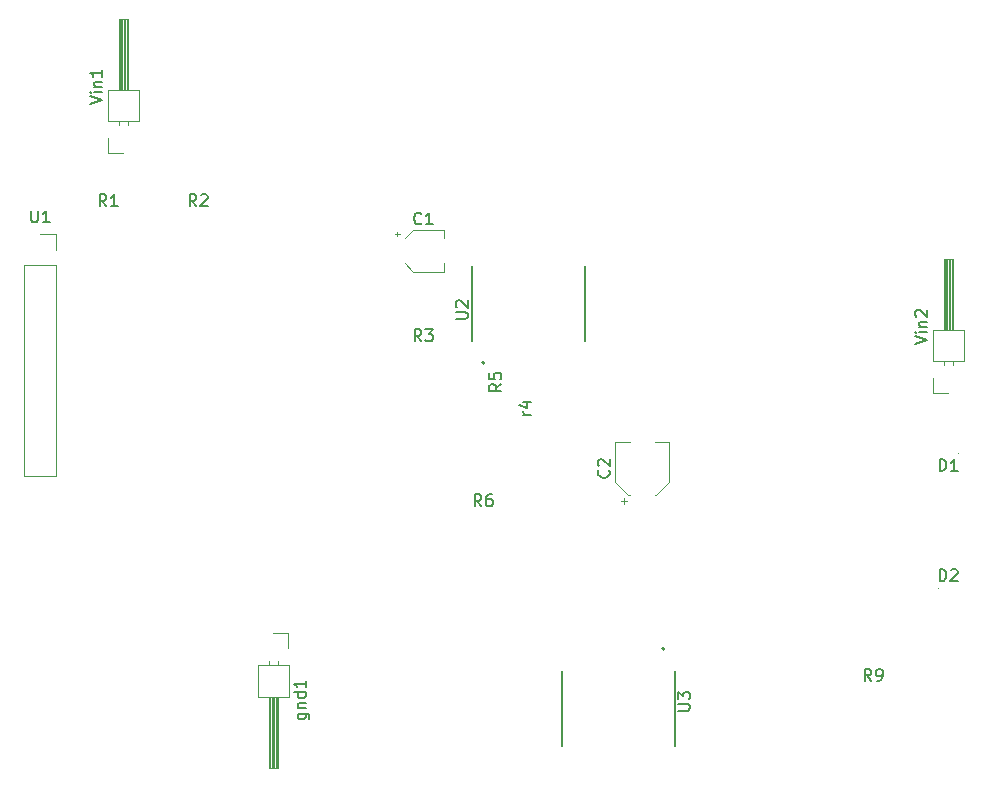
<source format=gbr>
%TF.GenerationSoftware,KiCad,Pcbnew,(5.1.10)-1*%
%TF.CreationDate,2021-11-07T17:04:32-05:00*%
%TF.ProjectId,kicad,6b696361-642e-46b6-9963-61645f706362,rev?*%
%TF.SameCoordinates,Original*%
%TF.FileFunction,Legend,Top*%
%TF.FilePolarity,Positive*%
%FSLAX46Y46*%
G04 Gerber Fmt 4.6, Leading zero omitted, Abs format (unit mm)*
G04 Created by KiCad (PCBNEW (5.1.10)-1) date 2021-11-07 17:04:32*
%MOMM*%
%LPD*%
G01*
G04 APERTURE LIST*
%ADD10C,0.127000*%
%ADD11C,0.200000*%
%ADD12C,0.120000*%
%ADD13C,0.100000*%
%ADD14C,0.150000*%
G04 APERTURE END LIST*
D10*
%TO.C,U3*%
X193325000Y-139065000D02*
X193325000Y-145415000D01*
X202915000Y-139065000D02*
X202915000Y-145415000D01*
D11*
X202030000Y-137205000D02*
G75*
G03*
X202030000Y-137205000I-100000J0D01*
G01*
D12*
%TO.C,Vin2*%
X224730000Y-112860000D02*
X227390000Y-112860000D01*
X227390000Y-112860000D02*
X227390000Y-110200000D01*
X227390000Y-110200000D02*
X224730000Y-110200000D01*
X224730000Y-110200000D02*
X224730000Y-112860000D01*
X225680000Y-110200000D02*
X225680000Y-104200000D01*
X225680000Y-104200000D02*
X226440000Y-104200000D01*
X226440000Y-104200000D02*
X226440000Y-110200000D01*
X225740000Y-110200000D02*
X225740000Y-104200000D01*
X225860000Y-110200000D02*
X225860000Y-104200000D01*
X225980000Y-110200000D02*
X225980000Y-104200000D01*
X226100000Y-110200000D02*
X226100000Y-104200000D01*
X226220000Y-110200000D02*
X226220000Y-104200000D01*
X226340000Y-110200000D02*
X226340000Y-104200000D01*
X225680000Y-113190000D02*
X225680000Y-112860000D01*
X226440000Y-113190000D02*
X226440000Y-112860000D01*
X226060000Y-115570000D02*
X224790000Y-115570000D01*
X224790000Y-115570000D02*
X224790000Y-114300000D01*
%TO.C,Vin1*%
X154880000Y-92540000D02*
X157540000Y-92540000D01*
X157540000Y-92540000D02*
X157540000Y-89880000D01*
X157540000Y-89880000D02*
X154880000Y-89880000D01*
X154880000Y-89880000D02*
X154880000Y-92540000D01*
X155830000Y-89880000D02*
X155830000Y-83880000D01*
X155830000Y-83880000D02*
X156590000Y-83880000D01*
X156590000Y-83880000D02*
X156590000Y-89880000D01*
X155890000Y-89880000D02*
X155890000Y-83880000D01*
X156010000Y-89880000D02*
X156010000Y-83880000D01*
X156130000Y-89880000D02*
X156130000Y-83880000D01*
X156250000Y-89880000D02*
X156250000Y-83880000D01*
X156370000Y-89880000D02*
X156370000Y-83880000D01*
X156490000Y-89880000D02*
X156490000Y-83880000D01*
X155830000Y-92870000D02*
X155830000Y-92540000D01*
X156590000Y-92870000D02*
X156590000Y-92540000D01*
X156210000Y-95250000D02*
X154940000Y-95250000D01*
X154940000Y-95250000D02*
X154940000Y-93980000D01*
D11*
%TO.C,U2*%
X186790000Y-112985000D02*
G75*
G03*
X186790000Y-112985000I-100000J0D01*
G01*
D10*
X185705000Y-111125000D02*
X185705000Y-104775000D01*
X195295000Y-111125000D02*
X195295000Y-104775000D01*
D12*
%TO.C,U1*%
X149145001Y-102095001D02*
X150475001Y-102095001D01*
X150475001Y-102095001D02*
X150475001Y-103425001D01*
X150475001Y-104695001D02*
X150475001Y-122535001D01*
X147815001Y-122535001D02*
X150475001Y-122535001D01*
X147815001Y-104695001D02*
X147815001Y-122535001D01*
X147815001Y-104695001D02*
X150475001Y-104695001D01*
%TO.C,gnd1*%
X170240000Y-138600000D02*
X167580000Y-138600000D01*
X167580000Y-138600000D02*
X167580000Y-141260000D01*
X167580000Y-141260000D02*
X170240000Y-141260000D01*
X170240000Y-141260000D02*
X170240000Y-138600000D01*
X169290000Y-141260000D02*
X169290000Y-147260000D01*
X169290000Y-147260000D02*
X168530000Y-147260000D01*
X168530000Y-147260000D02*
X168530000Y-141260000D01*
X169230000Y-141260000D02*
X169230000Y-147260000D01*
X169110000Y-141260000D02*
X169110000Y-147260000D01*
X168990000Y-141260000D02*
X168990000Y-147260000D01*
X168870000Y-141260000D02*
X168870000Y-147260000D01*
X168750000Y-141260000D02*
X168750000Y-147260000D01*
X168630000Y-141260000D02*
X168630000Y-147260000D01*
X169290000Y-138270000D02*
X169290000Y-138600000D01*
X168530000Y-138270000D02*
X168530000Y-138600000D01*
X168910000Y-135890000D02*
X170180000Y-135890000D01*
X170180000Y-135890000D02*
X170180000Y-137160000D01*
D13*
%TO.C,D2*%
X225250000Y-132080000D02*
G75*
G03*
X225250000Y-132080000I-50000J0D01*
G01*
%TO.C,D1*%
X226970000Y-120650000D02*
G75*
G03*
X226970000Y-120650000I-50000J0D01*
G01*
D12*
%TO.C,C2*%
X202390000Y-119660000D02*
X201190000Y-119660000D01*
X197870000Y-119660000D02*
X199070000Y-119660000D01*
X197870000Y-123115563D02*
X197870000Y-119660000D01*
X202390000Y-123115563D02*
X202390000Y-119660000D01*
X201325563Y-124180000D02*
X201190000Y-124180000D01*
X198934437Y-124180000D02*
X199070000Y-124180000D01*
X198934437Y-124180000D02*
X197870000Y-123115563D01*
X201325563Y-124180000D02*
X202390000Y-123115563D01*
X198570000Y-124920000D02*
X198570000Y-124420000D01*
X198320000Y-124670000D02*
X198820000Y-124670000D01*
%TO.C,C1*%
X183355001Y-105285001D02*
X183355001Y-104585001D01*
X183355001Y-101765001D02*
X183355001Y-102465001D01*
X180724438Y-101765001D02*
X183355001Y-101765001D01*
X180724438Y-105285001D02*
X183355001Y-105285001D01*
X180024438Y-102465001D02*
X180724438Y-101765001D01*
X180024438Y-104585001D02*
X180724438Y-105285001D01*
X179220001Y-102090001D02*
X179595001Y-102090001D01*
X179407501Y-101902501D02*
X179407501Y-102277501D01*
%TO.C,U3*%
D14*
X203179380Y-142436904D02*
X203988904Y-142436904D01*
X204084142Y-142389285D01*
X204131761Y-142341666D01*
X204179380Y-142246428D01*
X204179380Y-142055952D01*
X204131761Y-141960714D01*
X204084142Y-141913095D01*
X203988904Y-141865476D01*
X203179380Y-141865476D01*
X203179380Y-141484523D02*
X203179380Y-140865476D01*
X203560333Y-141198809D01*
X203560333Y-141055952D01*
X203607952Y-140960714D01*
X203655571Y-140913095D01*
X203750809Y-140865476D01*
X203988904Y-140865476D01*
X204084142Y-140913095D01*
X204131761Y-140960714D01*
X204179380Y-141055952D01*
X204179380Y-141341666D01*
X204131761Y-141436904D01*
X204084142Y-141484523D01*
%TO.C,Vin2*%
X223242380Y-111415000D02*
X224242380Y-111081666D01*
X223242380Y-110748333D01*
X224242380Y-110415000D02*
X223575714Y-110415000D01*
X223242380Y-110415000D02*
X223290000Y-110462619D01*
X223337619Y-110415000D01*
X223290000Y-110367380D01*
X223242380Y-110415000D01*
X223337619Y-110415000D01*
X223575714Y-109938809D02*
X224242380Y-109938809D01*
X223670952Y-109938809D02*
X223623333Y-109891190D01*
X223575714Y-109795952D01*
X223575714Y-109653095D01*
X223623333Y-109557857D01*
X223718571Y-109510238D01*
X224242380Y-109510238D01*
X223337619Y-109081666D02*
X223290000Y-109034047D01*
X223242380Y-108938809D01*
X223242380Y-108700714D01*
X223290000Y-108605476D01*
X223337619Y-108557857D01*
X223432857Y-108510238D01*
X223528095Y-108510238D01*
X223670952Y-108557857D01*
X224242380Y-109129285D01*
X224242380Y-108510238D01*
%TO.C,Vin1*%
X153392380Y-91095000D02*
X154392380Y-90761666D01*
X153392380Y-90428333D01*
X154392380Y-90095000D02*
X153725714Y-90095000D01*
X153392380Y-90095000D02*
X153440000Y-90142619D01*
X153487619Y-90095000D01*
X153440000Y-90047380D01*
X153392380Y-90095000D01*
X153487619Y-90095000D01*
X153725714Y-89618809D02*
X154392380Y-89618809D01*
X153820952Y-89618809D02*
X153773333Y-89571190D01*
X153725714Y-89475952D01*
X153725714Y-89333095D01*
X153773333Y-89237857D01*
X153868571Y-89190238D01*
X154392380Y-89190238D01*
X154392380Y-88190238D02*
X154392380Y-88761666D01*
X154392380Y-88475952D02*
X153392380Y-88475952D01*
X153535238Y-88571190D01*
X153630476Y-88666428D01*
X153678095Y-88761666D01*
%TO.C,U2*%
X184345380Y-109276904D02*
X185154904Y-109276904D01*
X185250142Y-109229285D01*
X185297761Y-109181666D01*
X185345380Y-109086428D01*
X185345380Y-108895952D01*
X185297761Y-108800714D01*
X185250142Y-108753095D01*
X185154904Y-108705476D01*
X184345380Y-108705476D01*
X184440619Y-108276904D02*
X184393000Y-108229285D01*
X184345380Y-108134047D01*
X184345380Y-107895952D01*
X184393000Y-107800714D01*
X184440619Y-107753095D01*
X184535857Y-107705476D01*
X184631095Y-107705476D01*
X184773952Y-107753095D01*
X185345380Y-108324523D01*
X185345380Y-107705476D01*
%TO.C,U1*%
X148383096Y-100107381D02*
X148383096Y-100916905D01*
X148430715Y-101012143D01*
X148478334Y-101059762D01*
X148573572Y-101107381D01*
X148764048Y-101107381D01*
X148859286Y-101059762D01*
X148906905Y-101012143D01*
X148954524Y-100916905D01*
X148954524Y-100107381D01*
X149954524Y-101107381D02*
X149383096Y-101107381D01*
X149668810Y-101107381D02*
X149668810Y-100107381D01*
X149573572Y-100250239D01*
X149478334Y-100345477D01*
X149383096Y-100393096D01*
%TO.C,R9*%
X219543333Y-139932380D02*
X219210000Y-139456190D01*
X218971904Y-139932380D02*
X218971904Y-138932380D01*
X219352857Y-138932380D01*
X219448095Y-138980000D01*
X219495714Y-139027619D01*
X219543333Y-139122857D01*
X219543333Y-139265714D01*
X219495714Y-139360952D01*
X219448095Y-139408571D01*
X219352857Y-139456190D01*
X218971904Y-139456190D01*
X220019523Y-139932380D02*
X220210000Y-139932380D01*
X220305238Y-139884761D01*
X220352857Y-139837142D01*
X220448095Y-139694285D01*
X220495714Y-139503809D01*
X220495714Y-139122857D01*
X220448095Y-139027619D01*
X220400476Y-138980000D01*
X220305238Y-138932380D01*
X220114761Y-138932380D01*
X220019523Y-138980000D01*
X219971904Y-139027619D01*
X219924285Y-139122857D01*
X219924285Y-139360952D01*
X219971904Y-139456190D01*
X220019523Y-139503809D01*
X220114761Y-139551428D01*
X220305238Y-139551428D01*
X220400476Y-139503809D01*
X220448095Y-139456190D01*
X220495714Y-139360952D01*
%TO.C,R6*%
X186523333Y-125132380D02*
X186190000Y-124656190D01*
X185951904Y-125132380D02*
X185951904Y-124132380D01*
X186332857Y-124132380D01*
X186428095Y-124180000D01*
X186475714Y-124227619D01*
X186523333Y-124322857D01*
X186523333Y-124465714D01*
X186475714Y-124560952D01*
X186428095Y-124608571D01*
X186332857Y-124656190D01*
X185951904Y-124656190D01*
X187380476Y-124132380D02*
X187190000Y-124132380D01*
X187094761Y-124180000D01*
X187047142Y-124227619D01*
X186951904Y-124370476D01*
X186904285Y-124560952D01*
X186904285Y-124941904D01*
X186951904Y-125037142D01*
X186999523Y-125084761D01*
X187094761Y-125132380D01*
X187285238Y-125132380D01*
X187380476Y-125084761D01*
X187428095Y-125037142D01*
X187475714Y-124941904D01*
X187475714Y-124703809D01*
X187428095Y-124608571D01*
X187380476Y-124560952D01*
X187285238Y-124513333D01*
X187094761Y-124513333D01*
X186999523Y-124560952D01*
X186951904Y-124608571D01*
X186904285Y-124703809D01*
%TO.C,R5*%
X188192380Y-114786666D02*
X187716190Y-115120000D01*
X188192380Y-115358095D02*
X187192380Y-115358095D01*
X187192380Y-114977142D01*
X187240000Y-114881904D01*
X187287619Y-114834285D01*
X187382857Y-114786666D01*
X187525714Y-114786666D01*
X187620952Y-114834285D01*
X187668571Y-114881904D01*
X187716190Y-114977142D01*
X187716190Y-115358095D01*
X187192380Y-113881904D02*
X187192380Y-114358095D01*
X187668571Y-114405714D01*
X187620952Y-114358095D01*
X187573333Y-114262857D01*
X187573333Y-114024761D01*
X187620952Y-113929523D01*
X187668571Y-113881904D01*
X187763809Y-113834285D01*
X188001904Y-113834285D01*
X188097142Y-113881904D01*
X188144761Y-113929523D01*
X188192380Y-114024761D01*
X188192380Y-114262857D01*
X188144761Y-114358095D01*
X188097142Y-114405714D01*
%TO.C,r4*%
X190732380Y-117387619D02*
X190065714Y-117387619D01*
X190256190Y-117387619D02*
X190160952Y-117340000D01*
X190113333Y-117292380D01*
X190065714Y-117197142D01*
X190065714Y-117101904D01*
X190065714Y-116340000D02*
X190732380Y-116340000D01*
X189684761Y-116578095D02*
X190399047Y-116816190D01*
X190399047Y-116197142D01*
%TO.C,R3*%
X181443333Y-111162380D02*
X181110000Y-110686190D01*
X180871904Y-111162380D02*
X180871904Y-110162380D01*
X181252857Y-110162380D01*
X181348095Y-110210000D01*
X181395714Y-110257619D01*
X181443333Y-110352857D01*
X181443333Y-110495714D01*
X181395714Y-110590952D01*
X181348095Y-110638571D01*
X181252857Y-110686190D01*
X180871904Y-110686190D01*
X181776666Y-110162380D02*
X182395714Y-110162380D01*
X182062380Y-110543333D01*
X182205238Y-110543333D01*
X182300476Y-110590952D01*
X182348095Y-110638571D01*
X182395714Y-110733809D01*
X182395714Y-110971904D01*
X182348095Y-111067142D01*
X182300476Y-111114761D01*
X182205238Y-111162380D01*
X181919523Y-111162380D01*
X181824285Y-111114761D01*
X181776666Y-111067142D01*
%TO.C,R2*%
X162393333Y-99732380D02*
X162060000Y-99256190D01*
X161821904Y-99732380D02*
X161821904Y-98732380D01*
X162202857Y-98732380D01*
X162298095Y-98780000D01*
X162345714Y-98827619D01*
X162393333Y-98922857D01*
X162393333Y-99065714D01*
X162345714Y-99160952D01*
X162298095Y-99208571D01*
X162202857Y-99256190D01*
X161821904Y-99256190D01*
X162774285Y-98827619D02*
X162821904Y-98780000D01*
X162917142Y-98732380D01*
X163155238Y-98732380D01*
X163250476Y-98780000D01*
X163298095Y-98827619D01*
X163345714Y-98922857D01*
X163345714Y-99018095D01*
X163298095Y-99160952D01*
X162726666Y-99732380D01*
X163345714Y-99732380D01*
%TO.C,R1*%
X154773333Y-99732380D02*
X154440000Y-99256190D01*
X154201904Y-99732380D02*
X154201904Y-98732380D01*
X154582857Y-98732380D01*
X154678095Y-98780000D01*
X154725714Y-98827619D01*
X154773333Y-98922857D01*
X154773333Y-99065714D01*
X154725714Y-99160952D01*
X154678095Y-99208571D01*
X154582857Y-99256190D01*
X154201904Y-99256190D01*
X155725714Y-99732380D02*
X155154285Y-99732380D01*
X155440000Y-99732380D02*
X155440000Y-98732380D01*
X155344761Y-98875238D01*
X155249523Y-98970476D01*
X155154285Y-99018095D01*
%TO.C,gnd1*%
X170965714Y-142711666D02*
X171775238Y-142711666D01*
X171870476Y-142759285D01*
X171918095Y-142806904D01*
X171965714Y-142902142D01*
X171965714Y-143045000D01*
X171918095Y-143140238D01*
X171584761Y-142711666D02*
X171632380Y-142806904D01*
X171632380Y-142997380D01*
X171584761Y-143092619D01*
X171537142Y-143140238D01*
X171441904Y-143187857D01*
X171156190Y-143187857D01*
X171060952Y-143140238D01*
X171013333Y-143092619D01*
X170965714Y-142997380D01*
X170965714Y-142806904D01*
X171013333Y-142711666D01*
X170965714Y-142235476D02*
X171632380Y-142235476D01*
X171060952Y-142235476D02*
X171013333Y-142187857D01*
X170965714Y-142092619D01*
X170965714Y-141949761D01*
X171013333Y-141854523D01*
X171108571Y-141806904D01*
X171632380Y-141806904D01*
X171632380Y-140902142D02*
X170632380Y-140902142D01*
X171584761Y-140902142D02*
X171632380Y-140997380D01*
X171632380Y-141187857D01*
X171584761Y-141283095D01*
X171537142Y-141330714D01*
X171441904Y-141378333D01*
X171156190Y-141378333D01*
X171060952Y-141330714D01*
X171013333Y-141283095D01*
X170965714Y-141187857D01*
X170965714Y-140997380D01*
X171013333Y-140902142D01*
X171632380Y-139902142D02*
X171632380Y-140473571D01*
X171632380Y-140187857D02*
X170632380Y-140187857D01*
X170775238Y-140283095D01*
X170870476Y-140378333D01*
X170918095Y-140473571D01*
%TO.C,D2*%
X225321904Y-131482380D02*
X225321904Y-130482380D01*
X225560000Y-130482380D01*
X225702857Y-130530000D01*
X225798095Y-130625238D01*
X225845714Y-130720476D01*
X225893333Y-130910952D01*
X225893333Y-131053809D01*
X225845714Y-131244285D01*
X225798095Y-131339523D01*
X225702857Y-131434761D01*
X225560000Y-131482380D01*
X225321904Y-131482380D01*
X226274285Y-130577619D02*
X226321904Y-130530000D01*
X226417142Y-130482380D01*
X226655238Y-130482380D01*
X226750476Y-130530000D01*
X226798095Y-130577619D01*
X226845714Y-130672857D01*
X226845714Y-130768095D01*
X226798095Y-130910952D01*
X226226666Y-131482380D01*
X226845714Y-131482380D01*
%TO.C,D1*%
X225321904Y-122152380D02*
X225321904Y-121152380D01*
X225560000Y-121152380D01*
X225702857Y-121200000D01*
X225798095Y-121295238D01*
X225845714Y-121390476D01*
X225893333Y-121580952D01*
X225893333Y-121723809D01*
X225845714Y-121914285D01*
X225798095Y-122009523D01*
X225702857Y-122104761D01*
X225560000Y-122152380D01*
X225321904Y-122152380D01*
X226845714Y-122152380D02*
X226274285Y-122152380D01*
X226560000Y-122152380D02*
X226560000Y-121152380D01*
X226464761Y-121295238D01*
X226369523Y-121390476D01*
X226274285Y-121438095D01*
%TO.C,C2*%
X197287142Y-122086666D02*
X197334761Y-122134285D01*
X197382380Y-122277142D01*
X197382380Y-122372380D01*
X197334761Y-122515238D01*
X197239523Y-122610476D01*
X197144285Y-122658095D01*
X196953809Y-122705714D01*
X196810952Y-122705714D01*
X196620476Y-122658095D01*
X196525238Y-122610476D01*
X196430000Y-122515238D01*
X196382380Y-122372380D01*
X196382380Y-122277142D01*
X196430000Y-122134285D01*
X196477619Y-122086666D01*
X196477619Y-121705714D02*
X196430000Y-121658095D01*
X196382380Y-121562857D01*
X196382380Y-121324761D01*
X196430000Y-121229523D01*
X196477619Y-121181904D01*
X196572857Y-121134285D01*
X196668095Y-121134285D01*
X196810952Y-121181904D01*
X197382380Y-121753333D01*
X197382380Y-121134285D01*
%TO.C,C1*%
X181428334Y-101182143D02*
X181380715Y-101229762D01*
X181237858Y-101277381D01*
X181142620Y-101277381D01*
X180999762Y-101229762D01*
X180904524Y-101134524D01*
X180856905Y-101039286D01*
X180809286Y-100848810D01*
X180809286Y-100705953D01*
X180856905Y-100515477D01*
X180904524Y-100420239D01*
X180999762Y-100325001D01*
X181142620Y-100277381D01*
X181237858Y-100277381D01*
X181380715Y-100325001D01*
X181428334Y-100372620D01*
X182380715Y-101277381D02*
X181809286Y-101277381D01*
X182095001Y-101277381D02*
X182095001Y-100277381D01*
X181999762Y-100420239D01*
X181904524Y-100515477D01*
X181809286Y-100563096D01*
%TD*%
M02*

</source>
